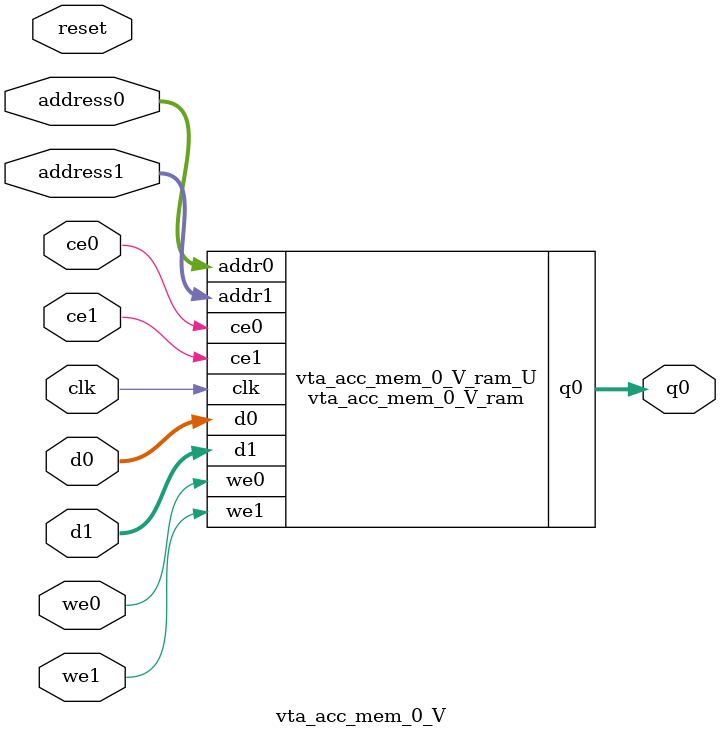
<source format=v>

`timescale 1 ns / 1 ps
module vta_acc_mem_0_V_ram (addr0, ce0, d0, we0, q0, addr1, ce1, d1, we1,  clk);

parameter DWIDTH = 512;
parameter AWIDTH = 11;
parameter MEM_SIZE = 2048;

input[AWIDTH-1:0] addr0;
input ce0;
input[DWIDTH-1:0] d0;
input we0;
output reg[DWIDTH-1:0] q0;
input[AWIDTH-1:0] addr1;
input ce1;
input[DWIDTH-1:0] d1;
input we1;
input clk;

(* ram_style = "block" *)reg [DWIDTH-1:0] ram[0:MEM_SIZE-1];




always @(posedge clk)  
begin 
    if (ce0) 
    begin
        if (we0) 
        begin 
            ram[addr0] <= d0; 
            q0 <= d0;
        end 
        else 
            q0 <= ram[addr0];
    end
end


always @(posedge clk)  
begin 
    if (ce1) 
    begin
        if (we1) 
        begin 
            ram[addr1] <= d1; 
        end 
    end
end


endmodule


`timescale 1 ns / 1 ps
module vta_acc_mem_0_V(
    reset,
    clk,
    address0,
    ce0,
    we0,
    d0,
    q0,
    address1,
    ce1,
    we1,
    d1);

parameter DataWidth = 32'd512;
parameter AddressRange = 32'd2048;
parameter AddressWidth = 32'd11;
input reset;
input clk;
input[AddressWidth - 1:0] address0;
input ce0;
input we0;
input[DataWidth - 1:0] d0;
output[DataWidth - 1:0] q0;
input[AddressWidth - 1:0] address1;
input ce1;
input we1;
input[DataWidth - 1:0] d1;



vta_acc_mem_0_V_ram vta_acc_mem_0_V_ram_U(
    .clk( clk ),
    .addr0( address0 ),
    .ce0( ce0 ),
    .d0( d0 ),
    .we0( we0 ),
    .q0( q0 ),
    .addr1( address1 ),
    .ce1( ce1 ),
    .d1( d1 ),
    .we1( we1 ));

endmodule


</source>
